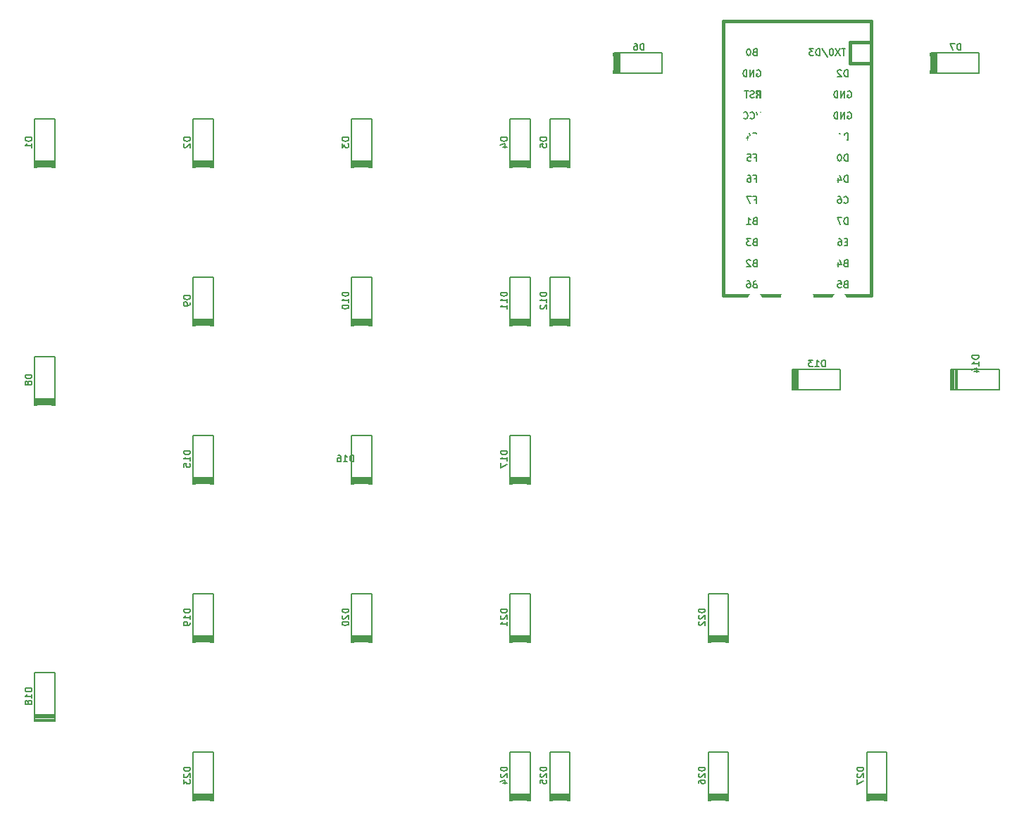
<source format=gbo>
G04 #@! TF.GenerationSoftware,KiCad,Pcbnew,(5.1.4-0)*
G04 #@! TF.CreationDate,2020-10-08T17:29:41+11:00*
G04 #@! TF.ProjectId,NumNavPad,4e756d4e-6176-4506-9164-2e6b69636164,rev?*
G04 #@! TF.SameCoordinates,Original*
G04 #@! TF.FileFunction,Legend,Bot*
G04 #@! TF.FilePolarity,Positive*
%FSLAX46Y46*%
G04 Gerber Fmt 4.6, Leading zero omitted, Abs format (unit mm)*
G04 Created by KiCad (PCBNEW (5.1.4-0)) date 2020-10-08 17:29:41*
%MOMM*%
%LPD*%
G04 APERTURE LIST*
%ADD10C,0.381000*%
%ADD11C,0.150000*%
%ADD12C,0.200000*%
%ADD13C,2.352000*%
%ADD14C,4.089800*%
%ADD15C,1.852000*%
%ADD16C,1.854600*%
%ADD17R,1.854600X1.854600*%
%ADD18C,3.150000*%
%ADD19C,1.702000*%
%ADD20R,1.702000X1.702000*%
%ADD21R,1.302000X1.302000*%
G04 APERTURE END LIST*
D10*
X149225000Y-30797500D02*
X151765000Y-30797500D01*
X151765000Y-28257500D02*
X151765000Y-30797500D01*
X133985000Y-28257500D02*
X151765000Y-28257500D01*
X133985000Y-30797500D02*
X133985000Y-28257500D01*
D11*
G36*
X137943432Y-37276860D02*
G01*
X137943432Y-37476860D01*
X138043432Y-37476860D01*
X138043432Y-37276860D01*
X137943432Y-37276860D01*
G37*
X137943432Y-37276860D02*
X137943432Y-37476860D01*
X138043432Y-37476860D01*
X138043432Y-37276860D01*
X137943432Y-37276860D01*
G36*
X138343432Y-36676860D02*
G01*
X138343432Y-37476860D01*
X138443432Y-37476860D01*
X138443432Y-36676860D01*
X138343432Y-36676860D01*
G37*
X138343432Y-36676860D02*
X138343432Y-37476860D01*
X138443432Y-37476860D01*
X138443432Y-36676860D01*
X138343432Y-36676860D01*
G36*
X137943432Y-36676860D02*
G01*
X137943432Y-36776860D01*
X138443432Y-36776860D01*
X138443432Y-36676860D01*
X137943432Y-36676860D01*
G37*
X137943432Y-36676860D02*
X137943432Y-36776860D01*
X138443432Y-36776860D01*
X138443432Y-36676860D01*
X137943432Y-36676860D01*
G36*
X138143432Y-37076860D02*
G01*
X138143432Y-37176860D01*
X138243432Y-37176860D01*
X138243432Y-37076860D01*
X138143432Y-37076860D01*
G37*
X138143432Y-37076860D02*
X138143432Y-37176860D01*
X138243432Y-37176860D01*
X138243432Y-37076860D01*
X138143432Y-37076860D01*
G36*
X137943432Y-36676860D02*
G01*
X137943432Y-36976860D01*
X138043432Y-36976860D01*
X138043432Y-36676860D01*
X137943432Y-36676860D01*
G37*
X137943432Y-36676860D02*
X137943432Y-36976860D01*
X138043432Y-36976860D01*
X138043432Y-36676860D01*
X137943432Y-36676860D01*
D10*
X149225000Y-33337500D02*
X151765000Y-33337500D01*
X149225000Y-30797500D02*
X149225000Y-33337500D01*
X133985000Y-61277500D02*
X133985000Y-30797500D01*
X151765000Y-61277500D02*
X133985000Y-61277500D01*
X151765000Y-30797500D02*
X151765000Y-61277500D01*
D12*
X151200000Y-116262500D02*
X151200000Y-122062500D01*
X153600000Y-116262500D02*
X151200000Y-116262500D01*
X153600000Y-122062500D02*
X153600000Y-116262500D01*
X153600000Y-121987500D02*
X151200000Y-121987500D01*
X153600000Y-121862500D02*
X151200000Y-121862500D01*
X151200000Y-122087500D02*
X153600000Y-122087500D01*
X153600000Y-121687500D02*
X151200000Y-121687500D01*
X153600000Y-121512500D02*
X151200000Y-121512500D01*
X153600000Y-121337500D02*
X151200000Y-121337500D01*
X132150000Y-116250000D02*
X132150000Y-122050000D01*
X134550000Y-116250000D02*
X132150000Y-116250000D01*
X134550000Y-122050000D02*
X134550000Y-116250000D01*
X134550000Y-121975000D02*
X132150000Y-121975000D01*
X134550000Y-121850000D02*
X132150000Y-121850000D01*
X132150000Y-122075000D02*
X134550000Y-122075000D01*
X134550000Y-121675000D02*
X132150000Y-121675000D01*
X134550000Y-121500000D02*
X132150000Y-121500000D01*
X134550000Y-121325000D02*
X132150000Y-121325000D01*
X113100000Y-116250000D02*
X113100000Y-122050000D01*
X115500000Y-116250000D02*
X113100000Y-116250000D01*
X115500000Y-122050000D02*
X115500000Y-116250000D01*
X115500000Y-121975000D02*
X113100000Y-121975000D01*
X115500000Y-121850000D02*
X113100000Y-121850000D01*
X113100000Y-122075000D02*
X115500000Y-122075000D01*
X115500000Y-121675000D02*
X113100000Y-121675000D01*
X115500000Y-121500000D02*
X113100000Y-121500000D01*
X115500000Y-121325000D02*
X113100000Y-121325000D01*
X108337500Y-116250000D02*
X108337500Y-122050000D01*
X110737500Y-116250000D02*
X108337500Y-116250000D01*
X110737500Y-122050000D02*
X110737500Y-116250000D01*
X110737500Y-121975000D02*
X108337500Y-121975000D01*
X110737500Y-121850000D02*
X108337500Y-121850000D01*
X108337500Y-122075000D02*
X110737500Y-122075000D01*
X110737500Y-121675000D02*
X108337500Y-121675000D01*
X110737500Y-121500000D02*
X108337500Y-121500000D01*
X110737500Y-121325000D02*
X108337500Y-121325000D01*
X70237500Y-116275000D02*
X70237500Y-122075000D01*
X72637500Y-116275000D02*
X70237500Y-116275000D01*
X72637500Y-122075000D02*
X72637500Y-116275000D01*
X72637500Y-122000000D02*
X70237500Y-122000000D01*
X72637500Y-121875000D02*
X70237500Y-121875000D01*
X70237500Y-122100000D02*
X72637500Y-122100000D01*
X72637500Y-121700000D02*
X70237500Y-121700000D01*
X72637500Y-121525000D02*
X70237500Y-121525000D01*
X72637500Y-121350000D02*
X70237500Y-121350000D01*
X132150000Y-97200000D02*
X132150000Y-103000000D01*
X134550000Y-97200000D02*
X132150000Y-97200000D01*
X134550000Y-103000000D02*
X134550000Y-97200000D01*
X134550000Y-102925000D02*
X132150000Y-102925000D01*
X134550000Y-102800000D02*
X132150000Y-102800000D01*
X132150000Y-103025000D02*
X134550000Y-103025000D01*
X134550000Y-102625000D02*
X132150000Y-102625000D01*
X134550000Y-102450000D02*
X132150000Y-102450000D01*
X134550000Y-102275000D02*
X132150000Y-102275000D01*
X108337500Y-97225000D02*
X108337500Y-103025000D01*
X110737500Y-97225000D02*
X108337500Y-97225000D01*
X110737500Y-103025000D02*
X110737500Y-97225000D01*
X110737500Y-102950000D02*
X108337500Y-102950000D01*
X110737500Y-102825000D02*
X108337500Y-102825000D01*
X108337500Y-103050000D02*
X110737500Y-103050000D01*
X110737500Y-102650000D02*
X108337500Y-102650000D01*
X110737500Y-102475000D02*
X108337500Y-102475000D01*
X110737500Y-102300000D02*
X108337500Y-102300000D01*
X89287500Y-97200000D02*
X89287500Y-103000000D01*
X91687500Y-97200000D02*
X89287500Y-97200000D01*
X91687500Y-103000000D02*
X91687500Y-97200000D01*
X91687500Y-102925000D02*
X89287500Y-102925000D01*
X91687500Y-102800000D02*
X89287500Y-102800000D01*
X89287500Y-103025000D02*
X91687500Y-103025000D01*
X91687500Y-102625000D02*
X89287500Y-102625000D01*
X91687500Y-102450000D02*
X89287500Y-102450000D01*
X91687500Y-102275000D02*
X89287500Y-102275000D01*
X70237500Y-97225000D02*
X70237500Y-103025000D01*
X72637500Y-97225000D02*
X70237500Y-97225000D01*
X72637500Y-103025000D02*
X72637500Y-97225000D01*
X72637500Y-102950000D02*
X70237500Y-102950000D01*
X72637500Y-102825000D02*
X70237500Y-102825000D01*
X70237500Y-103050000D02*
X72637500Y-103050000D01*
X72637500Y-102650000D02*
X70237500Y-102650000D01*
X72637500Y-102475000D02*
X70237500Y-102475000D01*
X72637500Y-102300000D02*
X70237500Y-102300000D01*
X51187500Y-106725000D02*
X51187500Y-112525000D01*
X53587500Y-106725000D02*
X51187500Y-106725000D01*
X53587500Y-112525000D02*
X53587500Y-106725000D01*
X53587500Y-112450000D02*
X51187500Y-112450000D01*
X53587500Y-112325000D02*
X51187500Y-112325000D01*
X51187500Y-112550000D02*
X53587500Y-112550000D01*
X53587500Y-112150000D02*
X51187500Y-112150000D01*
X53587500Y-111975000D02*
X51187500Y-111975000D01*
X53587500Y-111800000D02*
X51187500Y-111800000D01*
X108337500Y-78162500D02*
X108337500Y-83962500D01*
X110737500Y-78162500D02*
X108337500Y-78162500D01*
X110737500Y-83962500D02*
X110737500Y-78162500D01*
X110737500Y-83887500D02*
X108337500Y-83887500D01*
X110737500Y-83762500D02*
X108337500Y-83762500D01*
X108337500Y-83987500D02*
X110737500Y-83987500D01*
X110737500Y-83587500D02*
X108337500Y-83587500D01*
X110737500Y-83412500D02*
X108337500Y-83412500D01*
X110737500Y-83237500D02*
X108337500Y-83237500D01*
X89287500Y-78162500D02*
X89287500Y-83962500D01*
X91687500Y-78162500D02*
X89287500Y-78162500D01*
X91687500Y-83962500D02*
X91687500Y-78162500D01*
X91687500Y-83887500D02*
X89287500Y-83887500D01*
X91687500Y-83762500D02*
X89287500Y-83762500D01*
X89287500Y-83987500D02*
X91687500Y-83987500D01*
X91687500Y-83587500D02*
X89287500Y-83587500D01*
X91687500Y-83412500D02*
X89287500Y-83412500D01*
X91687500Y-83237500D02*
X89287500Y-83237500D01*
X70237500Y-78162500D02*
X70237500Y-83962500D01*
X72637500Y-78162500D02*
X70237500Y-78162500D01*
X72637500Y-83962500D02*
X72637500Y-78162500D01*
X72637500Y-83887500D02*
X70237500Y-83887500D01*
X72637500Y-83762500D02*
X70237500Y-83762500D01*
X70237500Y-83987500D02*
X72637500Y-83987500D01*
X72637500Y-83587500D02*
X70237500Y-83587500D01*
X72637500Y-83412500D02*
X70237500Y-83412500D01*
X72637500Y-83237500D02*
X70237500Y-83237500D01*
X167118750Y-70237500D02*
X161318750Y-70237500D01*
X167118750Y-72637500D02*
X167118750Y-70237500D01*
X161318750Y-72637500D02*
X167118750Y-72637500D01*
X161393750Y-72637500D02*
X161393750Y-70237500D01*
X161518750Y-72637500D02*
X161518750Y-70237500D01*
X161293750Y-70237500D02*
X161293750Y-72637500D01*
X161693750Y-72637500D02*
X161693750Y-70237500D01*
X161868750Y-72637500D02*
X161868750Y-70237500D01*
X162043750Y-72637500D02*
X162043750Y-70237500D01*
X148056250Y-70237500D02*
X142256250Y-70237500D01*
X148056250Y-72637500D02*
X148056250Y-70237500D01*
X142256250Y-72637500D02*
X148056250Y-72637500D01*
X142331250Y-72637500D02*
X142331250Y-70237500D01*
X142456250Y-72637500D02*
X142456250Y-70237500D01*
X142231250Y-70237500D02*
X142231250Y-72637500D01*
X142631250Y-72637500D02*
X142631250Y-70237500D01*
X142806250Y-72637500D02*
X142806250Y-70237500D01*
X142981250Y-72637500D02*
X142981250Y-70237500D01*
X113100000Y-59112500D02*
X113100000Y-64912500D01*
X115500000Y-59112500D02*
X113100000Y-59112500D01*
X115500000Y-64912500D02*
X115500000Y-59112500D01*
X115500000Y-64837500D02*
X113100000Y-64837500D01*
X115500000Y-64712500D02*
X113100000Y-64712500D01*
X113100000Y-64937500D02*
X115500000Y-64937500D01*
X115500000Y-64537500D02*
X113100000Y-64537500D01*
X115500000Y-64362500D02*
X113100000Y-64362500D01*
X115500000Y-64187500D02*
X113100000Y-64187500D01*
X108337500Y-59100000D02*
X108337500Y-64900000D01*
X110737500Y-59100000D02*
X108337500Y-59100000D01*
X110737500Y-64900000D02*
X110737500Y-59100000D01*
X110737500Y-64825000D02*
X108337500Y-64825000D01*
X110737500Y-64700000D02*
X108337500Y-64700000D01*
X108337500Y-64925000D02*
X110737500Y-64925000D01*
X110737500Y-64525000D02*
X108337500Y-64525000D01*
X110737500Y-64350000D02*
X108337500Y-64350000D01*
X110737500Y-64175000D02*
X108337500Y-64175000D01*
X89287500Y-59100000D02*
X89287500Y-64900000D01*
X91687500Y-59100000D02*
X89287500Y-59100000D01*
X91687500Y-64900000D02*
X91687500Y-59100000D01*
X91687500Y-64825000D02*
X89287500Y-64825000D01*
X91687500Y-64700000D02*
X89287500Y-64700000D01*
X89287500Y-64925000D02*
X91687500Y-64925000D01*
X91687500Y-64525000D02*
X89287500Y-64525000D01*
X91687500Y-64350000D02*
X89287500Y-64350000D01*
X91687500Y-64175000D02*
X89287500Y-64175000D01*
X70237500Y-59112500D02*
X70237500Y-64912500D01*
X72637500Y-59112500D02*
X70237500Y-59112500D01*
X72637500Y-64912500D02*
X72637500Y-59112500D01*
X72637500Y-64837500D02*
X70237500Y-64837500D01*
X72637500Y-64712500D02*
X70237500Y-64712500D01*
X70237500Y-64937500D02*
X72637500Y-64937500D01*
X72637500Y-64537500D02*
X70237500Y-64537500D01*
X72637500Y-64362500D02*
X70237500Y-64362500D01*
X72637500Y-64187500D02*
X70237500Y-64187500D01*
X51187500Y-68650000D02*
X51187500Y-74450000D01*
X53587500Y-68650000D02*
X51187500Y-68650000D01*
X53587500Y-74450000D02*
X53587500Y-68650000D01*
X53587500Y-74375000D02*
X51187500Y-74375000D01*
X53587500Y-74250000D02*
X51187500Y-74250000D01*
X51187500Y-74475000D02*
X53587500Y-74475000D01*
X53587500Y-74075000D02*
X51187500Y-74075000D01*
X53587500Y-73900000D02*
X51187500Y-73900000D01*
X53587500Y-73725000D02*
X51187500Y-73725000D01*
X164725000Y-32137500D02*
X158925000Y-32137500D01*
X164725000Y-34537500D02*
X164725000Y-32137500D01*
X158925000Y-34537500D02*
X164725000Y-34537500D01*
X159000000Y-34537500D02*
X159000000Y-32137500D01*
X159125000Y-34537500D02*
X159125000Y-32137500D01*
X158900000Y-32137500D02*
X158900000Y-34537500D01*
X159300000Y-34537500D02*
X159300000Y-32137500D01*
X159475000Y-34537500D02*
X159475000Y-32137500D01*
X159650000Y-34537500D02*
X159650000Y-32137500D01*
X126625000Y-32137500D02*
X120825000Y-32137500D01*
X126625000Y-34537500D02*
X126625000Y-32137500D01*
X120825000Y-34537500D02*
X126625000Y-34537500D01*
X120900000Y-34537500D02*
X120900000Y-32137500D01*
X121025000Y-34537500D02*
X121025000Y-32137500D01*
X120800000Y-32137500D02*
X120800000Y-34537500D01*
X121200000Y-34537500D02*
X121200000Y-32137500D01*
X121375000Y-34537500D02*
X121375000Y-32137500D01*
X121550000Y-34537500D02*
X121550000Y-32137500D01*
X113100000Y-40062500D02*
X113100000Y-45862500D01*
X115500000Y-40062500D02*
X113100000Y-40062500D01*
X115500000Y-45862500D02*
X115500000Y-40062500D01*
X115500000Y-45787500D02*
X113100000Y-45787500D01*
X115500000Y-45662500D02*
X113100000Y-45662500D01*
X113100000Y-45887500D02*
X115500000Y-45887500D01*
X115500000Y-45487500D02*
X113100000Y-45487500D01*
X115500000Y-45312500D02*
X113100000Y-45312500D01*
X115500000Y-45137500D02*
X113100000Y-45137500D01*
X108337500Y-40062500D02*
X108337500Y-45862500D01*
X110737500Y-40062500D02*
X108337500Y-40062500D01*
X110737500Y-45862500D02*
X110737500Y-40062500D01*
X110737500Y-45787500D02*
X108337500Y-45787500D01*
X110737500Y-45662500D02*
X108337500Y-45662500D01*
X108337500Y-45887500D02*
X110737500Y-45887500D01*
X110737500Y-45487500D02*
X108337500Y-45487500D01*
X110737500Y-45312500D02*
X108337500Y-45312500D01*
X110737500Y-45137500D02*
X108337500Y-45137500D01*
X89287500Y-40062500D02*
X89287500Y-45862500D01*
X91687500Y-40062500D02*
X89287500Y-40062500D01*
X91687500Y-45862500D02*
X91687500Y-40062500D01*
X91687500Y-45787500D02*
X89287500Y-45787500D01*
X91687500Y-45662500D02*
X89287500Y-45662500D01*
X89287500Y-45887500D02*
X91687500Y-45887500D01*
X91687500Y-45487500D02*
X89287500Y-45487500D01*
X91687500Y-45312500D02*
X89287500Y-45312500D01*
X91687500Y-45137500D02*
X89287500Y-45137500D01*
X70237500Y-40062500D02*
X70237500Y-45862500D01*
X72637500Y-40062500D02*
X70237500Y-40062500D01*
X72637500Y-45862500D02*
X72637500Y-40062500D01*
X72637500Y-45787500D02*
X70237500Y-45787500D01*
X72637500Y-45662500D02*
X70237500Y-45662500D01*
X70237500Y-45887500D02*
X72637500Y-45887500D01*
X72637500Y-45487500D02*
X70237500Y-45487500D01*
X72637500Y-45312500D02*
X70237500Y-45312500D01*
X72637500Y-45137500D02*
X70237500Y-45137500D01*
X51187500Y-40062500D02*
X51187500Y-45862500D01*
X53587500Y-40062500D02*
X51187500Y-40062500D01*
X53587500Y-45862500D02*
X53587500Y-40062500D01*
X53587500Y-45787500D02*
X51187500Y-45787500D01*
X53587500Y-45662500D02*
X51187500Y-45662500D01*
X51187500Y-45887500D02*
X53587500Y-45887500D01*
X53587500Y-45487500D02*
X51187500Y-45487500D01*
X53587500Y-45312500D02*
X51187500Y-45312500D01*
X53587500Y-45137500D02*
X51187500Y-45137500D01*
D11*
X148637348Y-31629404D02*
X148180205Y-31629404D01*
X148408776Y-32429404D02*
X148408776Y-31629404D01*
X147989729Y-31629404D02*
X147456395Y-32429404D01*
X147456395Y-31629404D02*
X147989729Y-32429404D01*
X146999252Y-31629404D02*
X146923062Y-31629404D01*
X146846872Y-31667500D01*
X146808776Y-31705595D01*
X146770681Y-31781785D01*
X146732586Y-31934166D01*
X146732586Y-32124642D01*
X146770681Y-32277023D01*
X146808776Y-32353214D01*
X146846872Y-32391309D01*
X146923062Y-32429404D01*
X146999252Y-32429404D01*
X147075443Y-32391309D01*
X147113538Y-32353214D01*
X147151633Y-32277023D01*
X147189729Y-32124642D01*
X147189729Y-31934166D01*
X147151633Y-31781785D01*
X147113538Y-31705595D01*
X147075443Y-31667500D01*
X146999252Y-31629404D01*
X145818300Y-31591309D02*
X146504014Y-32619880D01*
X145551633Y-32429404D02*
X145551633Y-31629404D01*
X145361157Y-31629404D01*
X145246872Y-31667500D01*
X145170681Y-31743690D01*
X145132586Y-31819880D01*
X145094491Y-31972261D01*
X145094491Y-32086547D01*
X145132586Y-32238928D01*
X145170681Y-32315119D01*
X145246872Y-32391309D01*
X145361157Y-32429404D01*
X145551633Y-32429404D01*
X144827824Y-31629404D02*
X144332586Y-31629404D01*
X144599252Y-31934166D01*
X144484967Y-31934166D01*
X144408776Y-31972261D01*
X144370681Y-32010357D01*
X144332586Y-32086547D01*
X144332586Y-32277023D01*
X144370681Y-32353214D01*
X144408776Y-32391309D01*
X144484967Y-32429404D01*
X144713538Y-32429404D01*
X144789729Y-32391309D01*
X144827824Y-32353214D01*
X148926476Y-34969404D02*
X148926476Y-34169404D01*
X148736000Y-34169404D01*
X148621714Y-34207500D01*
X148545523Y-34283690D01*
X148507428Y-34359880D01*
X148469333Y-34512261D01*
X148469333Y-34626547D01*
X148507428Y-34778928D01*
X148545523Y-34855119D01*
X148621714Y-34931309D01*
X148736000Y-34969404D01*
X148926476Y-34969404D01*
X148164571Y-34245595D02*
X148126476Y-34207500D01*
X148050285Y-34169404D01*
X147859809Y-34169404D01*
X147783619Y-34207500D01*
X147745523Y-34245595D01*
X147707428Y-34321785D01*
X147707428Y-34397976D01*
X147745523Y-34512261D01*
X148202666Y-34969404D01*
X147707428Y-34969404D01*
X148926476Y-45129404D02*
X148926476Y-44329404D01*
X148736000Y-44329404D01*
X148621714Y-44367500D01*
X148545523Y-44443690D01*
X148507428Y-44519880D01*
X148469333Y-44672261D01*
X148469333Y-44786547D01*
X148507428Y-44938928D01*
X148545523Y-45015119D01*
X148621714Y-45091309D01*
X148736000Y-45129404D01*
X148926476Y-45129404D01*
X147974095Y-44329404D02*
X147897904Y-44329404D01*
X147821714Y-44367500D01*
X147783619Y-44405595D01*
X147745523Y-44481785D01*
X147707428Y-44634166D01*
X147707428Y-44824642D01*
X147745523Y-44977023D01*
X147783619Y-45053214D01*
X147821714Y-45091309D01*
X147897904Y-45129404D01*
X147974095Y-45129404D01*
X148050285Y-45091309D01*
X148088380Y-45053214D01*
X148126476Y-44977023D01*
X148164571Y-44824642D01*
X148164571Y-44634166D01*
X148126476Y-44481785D01*
X148088380Y-44405595D01*
X148050285Y-44367500D01*
X147974095Y-44329404D01*
X148926476Y-42589404D02*
X148926476Y-41789404D01*
X148736000Y-41789404D01*
X148621714Y-41827500D01*
X148545523Y-41903690D01*
X148507428Y-41979880D01*
X148469333Y-42132261D01*
X148469333Y-42246547D01*
X148507428Y-42398928D01*
X148545523Y-42475119D01*
X148621714Y-42551309D01*
X148736000Y-42589404D01*
X148926476Y-42589404D01*
X147707428Y-42589404D02*
X148164571Y-42589404D01*
X147936000Y-42589404D02*
X147936000Y-41789404D01*
X148012190Y-41903690D01*
X148088380Y-41979880D01*
X148164571Y-42017976D01*
X148945523Y-39287500D02*
X149021714Y-39249404D01*
X149136000Y-39249404D01*
X149250285Y-39287500D01*
X149326476Y-39363690D01*
X149364571Y-39439880D01*
X149402666Y-39592261D01*
X149402666Y-39706547D01*
X149364571Y-39858928D01*
X149326476Y-39935119D01*
X149250285Y-40011309D01*
X149136000Y-40049404D01*
X149059809Y-40049404D01*
X148945523Y-40011309D01*
X148907428Y-39973214D01*
X148907428Y-39706547D01*
X149059809Y-39706547D01*
X148564571Y-40049404D02*
X148564571Y-39249404D01*
X148107428Y-40049404D01*
X148107428Y-39249404D01*
X147726476Y-40049404D02*
X147726476Y-39249404D01*
X147536000Y-39249404D01*
X147421714Y-39287500D01*
X147345523Y-39363690D01*
X147307428Y-39439880D01*
X147269333Y-39592261D01*
X147269333Y-39706547D01*
X147307428Y-39858928D01*
X147345523Y-39935119D01*
X147421714Y-40011309D01*
X147536000Y-40049404D01*
X147726476Y-40049404D01*
X148945523Y-36747500D02*
X149021714Y-36709404D01*
X149136000Y-36709404D01*
X149250285Y-36747500D01*
X149326476Y-36823690D01*
X149364571Y-36899880D01*
X149402666Y-37052261D01*
X149402666Y-37166547D01*
X149364571Y-37318928D01*
X149326476Y-37395119D01*
X149250285Y-37471309D01*
X149136000Y-37509404D01*
X149059809Y-37509404D01*
X148945523Y-37471309D01*
X148907428Y-37433214D01*
X148907428Y-37166547D01*
X149059809Y-37166547D01*
X148564571Y-37509404D02*
X148564571Y-36709404D01*
X148107428Y-37509404D01*
X148107428Y-36709404D01*
X147726476Y-37509404D02*
X147726476Y-36709404D01*
X147536000Y-36709404D01*
X147421714Y-36747500D01*
X147345523Y-36823690D01*
X147307428Y-36899880D01*
X147269333Y-37052261D01*
X147269333Y-37166547D01*
X147307428Y-37318928D01*
X147345523Y-37395119D01*
X147421714Y-37471309D01*
X147536000Y-37509404D01*
X147726476Y-37509404D01*
X148926476Y-47669404D02*
X148926476Y-46869404D01*
X148736000Y-46869404D01*
X148621714Y-46907500D01*
X148545523Y-46983690D01*
X148507428Y-47059880D01*
X148469333Y-47212261D01*
X148469333Y-47326547D01*
X148507428Y-47478928D01*
X148545523Y-47555119D01*
X148621714Y-47631309D01*
X148736000Y-47669404D01*
X148926476Y-47669404D01*
X147783619Y-47136071D02*
X147783619Y-47669404D01*
X147974095Y-46831309D02*
X148164571Y-47402738D01*
X147669333Y-47402738D01*
X148469333Y-50133214D02*
X148507428Y-50171309D01*
X148621714Y-50209404D01*
X148697904Y-50209404D01*
X148812190Y-50171309D01*
X148888380Y-50095119D01*
X148926476Y-50018928D01*
X148964571Y-49866547D01*
X148964571Y-49752261D01*
X148926476Y-49599880D01*
X148888380Y-49523690D01*
X148812190Y-49447500D01*
X148697904Y-49409404D01*
X148621714Y-49409404D01*
X148507428Y-49447500D01*
X148469333Y-49485595D01*
X147783619Y-49409404D02*
X147936000Y-49409404D01*
X148012190Y-49447500D01*
X148050285Y-49485595D01*
X148126476Y-49599880D01*
X148164571Y-49752261D01*
X148164571Y-50057023D01*
X148126476Y-50133214D01*
X148088380Y-50171309D01*
X148012190Y-50209404D01*
X147859809Y-50209404D01*
X147783619Y-50171309D01*
X147745523Y-50133214D01*
X147707428Y-50057023D01*
X147707428Y-49866547D01*
X147745523Y-49790357D01*
X147783619Y-49752261D01*
X147859809Y-49714166D01*
X148012190Y-49714166D01*
X148088380Y-49752261D01*
X148126476Y-49790357D01*
X148164571Y-49866547D01*
X148926476Y-52749404D02*
X148926476Y-51949404D01*
X148736000Y-51949404D01*
X148621714Y-51987500D01*
X148545523Y-52063690D01*
X148507428Y-52139880D01*
X148469333Y-52292261D01*
X148469333Y-52406547D01*
X148507428Y-52558928D01*
X148545523Y-52635119D01*
X148621714Y-52711309D01*
X148736000Y-52749404D01*
X148926476Y-52749404D01*
X148202666Y-51949404D02*
X147669333Y-51949404D01*
X148012190Y-52749404D01*
X148888380Y-54870357D02*
X148621714Y-54870357D01*
X148507428Y-55289404D02*
X148888380Y-55289404D01*
X148888380Y-54489404D01*
X148507428Y-54489404D01*
X147821714Y-54489404D02*
X147974095Y-54489404D01*
X148050285Y-54527500D01*
X148088380Y-54565595D01*
X148164571Y-54679880D01*
X148202666Y-54832261D01*
X148202666Y-55137023D01*
X148164571Y-55213214D01*
X148126476Y-55251309D01*
X148050285Y-55289404D01*
X147897904Y-55289404D01*
X147821714Y-55251309D01*
X147783619Y-55213214D01*
X147745523Y-55137023D01*
X147745523Y-54946547D01*
X147783619Y-54870357D01*
X147821714Y-54832261D01*
X147897904Y-54794166D01*
X148050285Y-54794166D01*
X148126476Y-54832261D01*
X148164571Y-54870357D01*
X148202666Y-54946547D01*
X148659809Y-57410357D02*
X148545523Y-57448452D01*
X148507428Y-57486547D01*
X148469333Y-57562738D01*
X148469333Y-57677023D01*
X148507428Y-57753214D01*
X148545523Y-57791309D01*
X148621714Y-57829404D01*
X148926476Y-57829404D01*
X148926476Y-57029404D01*
X148659809Y-57029404D01*
X148583619Y-57067500D01*
X148545523Y-57105595D01*
X148507428Y-57181785D01*
X148507428Y-57257976D01*
X148545523Y-57334166D01*
X148583619Y-57372261D01*
X148659809Y-57410357D01*
X148926476Y-57410357D01*
X147783619Y-57296071D02*
X147783619Y-57829404D01*
X147974095Y-56991309D02*
X148164571Y-57562738D01*
X147669333Y-57562738D01*
X137737809Y-54870357D02*
X137623523Y-54908452D01*
X137585428Y-54946547D01*
X137547333Y-55022738D01*
X137547333Y-55137023D01*
X137585428Y-55213214D01*
X137623523Y-55251309D01*
X137699714Y-55289404D01*
X138004476Y-55289404D01*
X138004476Y-54489404D01*
X137737809Y-54489404D01*
X137661619Y-54527500D01*
X137623523Y-54565595D01*
X137585428Y-54641785D01*
X137585428Y-54717976D01*
X137623523Y-54794166D01*
X137661619Y-54832261D01*
X137737809Y-54870357D01*
X138004476Y-54870357D01*
X137280666Y-54489404D02*
X136785428Y-54489404D01*
X137052095Y-54794166D01*
X136937809Y-54794166D01*
X136861619Y-54832261D01*
X136823523Y-54870357D01*
X136785428Y-54946547D01*
X136785428Y-55137023D01*
X136823523Y-55213214D01*
X136861619Y-55251309D01*
X136937809Y-55289404D01*
X137166380Y-55289404D01*
X137242571Y-55251309D01*
X137280666Y-55213214D01*
X137737809Y-52330357D02*
X137623523Y-52368452D01*
X137585428Y-52406547D01*
X137547333Y-52482738D01*
X137547333Y-52597023D01*
X137585428Y-52673214D01*
X137623523Y-52711309D01*
X137699714Y-52749404D01*
X138004476Y-52749404D01*
X138004476Y-51949404D01*
X137737809Y-51949404D01*
X137661619Y-51987500D01*
X137623523Y-52025595D01*
X137585428Y-52101785D01*
X137585428Y-52177976D01*
X137623523Y-52254166D01*
X137661619Y-52292261D01*
X137737809Y-52330357D01*
X138004476Y-52330357D01*
X136785428Y-52749404D02*
X137242571Y-52749404D01*
X137014000Y-52749404D02*
X137014000Y-51949404D01*
X137090190Y-52063690D01*
X137166380Y-52139880D01*
X137242571Y-52177976D01*
X137680666Y-42170357D02*
X137947333Y-42170357D01*
X137947333Y-42589404D02*
X137947333Y-41789404D01*
X137566380Y-41789404D01*
X136918761Y-42056071D02*
X136918761Y-42589404D01*
X137109238Y-41751309D02*
X137299714Y-42322738D01*
X136804476Y-42322738D01*
X138480666Y-39249404D02*
X138214000Y-40049404D01*
X137947333Y-39249404D01*
X137223523Y-39973214D02*
X137261619Y-40011309D01*
X137375904Y-40049404D01*
X137452095Y-40049404D01*
X137566380Y-40011309D01*
X137642571Y-39935119D01*
X137680666Y-39858928D01*
X137718761Y-39706547D01*
X137718761Y-39592261D01*
X137680666Y-39439880D01*
X137642571Y-39363690D01*
X137566380Y-39287500D01*
X137452095Y-39249404D01*
X137375904Y-39249404D01*
X137261619Y-39287500D01*
X137223523Y-39325595D01*
X136423523Y-39973214D02*
X136461619Y-40011309D01*
X136575904Y-40049404D01*
X136652095Y-40049404D01*
X136766380Y-40011309D01*
X136842571Y-39935119D01*
X136880666Y-39858928D01*
X136918761Y-39706547D01*
X136918761Y-39592261D01*
X136880666Y-39439880D01*
X136842571Y-39363690D01*
X136766380Y-39287500D01*
X136652095Y-39249404D01*
X136575904Y-39249404D01*
X136461619Y-39287500D01*
X136423523Y-39325595D01*
X137675213Y-37441309D02*
X137560927Y-37479404D01*
X137370451Y-37479404D01*
X137294260Y-37441309D01*
X137256165Y-37403214D01*
X137218070Y-37327023D01*
X137218070Y-37250833D01*
X137256165Y-37174642D01*
X137294260Y-37136547D01*
X137370451Y-37098452D01*
X137522832Y-37060357D01*
X137599022Y-37022261D01*
X137637118Y-36984166D01*
X137675213Y-36907976D01*
X137675213Y-36831785D01*
X137637118Y-36755595D01*
X137599022Y-36717500D01*
X137522832Y-36679404D01*
X137332356Y-36679404D01*
X137218070Y-36717500D01*
X136989499Y-36679404D02*
X136532356Y-36679404D01*
X136760927Y-37479404D02*
X136760927Y-36679404D01*
X138023523Y-34207500D02*
X138099714Y-34169404D01*
X138214000Y-34169404D01*
X138328285Y-34207500D01*
X138404476Y-34283690D01*
X138442571Y-34359880D01*
X138480666Y-34512261D01*
X138480666Y-34626547D01*
X138442571Y-34778928D01*
X138404476Y-34855119D01*
X138328285Y-34931309D01*
X138214000Y-34969404D01*
X138137809Y-34969404D01*
X138023523Y-34931309D01*
X137985428Y-34893214D01*
X137985428Y-34626547D01*
X138137809Y-34626547D01*
X137642571Y-34969404D02*
X137642571Y-34169404D01*
X137185428Y-34969404D01*
X137185428Y-34169404D01*
X136804476Y-34969404D02*
X136804476Y-34169404D01*
X136614000Y-34169404D01*
X136499714Y-34207500D01*
X136423523Y-34283690D01*
X136385428Y-34359880D01*
X136347333Y-34512261D01*
X136347333Y-34626547D01*
X136385428Y-34778928D01*
X136423523Y-34855119D01*
X136499714Y-34931309D01*
X136614000Y-34969404D01*
X136804476Y-34969404D01*
X137737809Y-32010357D02*
X137623523Y-32048452D01*
X137585428Y-32086547D01*
X137547333Y-32162738D01*
X137547333Y-32277023D01*
X137585428Y-32353214D01*
X137623523Y-32391309D01*
X137699714Y-32429404D01*
X138004476Y-32429404D01*
X138004476Y-31629404D01*
X137737809Y-31629404D01*
X137661619Y-31667500D01*
X137623523Y-31705595D01*
X137585428Y-31781785D01*
X137585428Y-31857976D01*
X137623523Y-31934166D01*
X137661619Y-31972261D01*
X137737809Y-32010357D01*
X138004476Y-32010357D01*
X137052095Y-31629404D02*
X136975904Y-31629404D01*
X136899714Y-31667500D01*
X136861619Y-31705595D01*
X136823523Y-31781785D01*
X136785428Y-31934166D01*
X136785428Y-32124642D01*
X136823523Y-32277023D01*
X136861619Y-32353214D01*
X136899714Y-32391309D01*
X136975904Y-32429404D01*
X137052095Y-32429404D01*
X137128285Y-32391309D01*
X137166380Y-32353214D01*
X137204476Y-32277023D01*
X137242571Y-32124642D01*
X137242571Y-31934166D01*
X137204476Y-31781785D01*
X137166380Y-31705595D01*
X137128285Y-31667500D01*
X137052095Y-31629404D01*
X137680666Y-44710357D02*
X137947333Y-44710357D01*
X137947333Y-45129404D02*
X137947333Y-44329404D01*
X137566380Y-44329404D01*
X136880666Y-44329404D02*
X137261619Y-44329404D01*
X137299714Y-44710357D01*
X137261619Y-44672261D01*
X137185428Y-44634166D01*
X136994952Y-44634166D01*
X136918761Y-44672261D01*
X136880666Y-44710357D01*
X136842571Y-44786547D01*
X136842571Y-44977023D01*
X136880666Y-45053214D01*
X136918761Y-45091309D01*
X136994952Y-45129404D01*
X137185428Y-45129404D01*
X137261619Y-45091309D01*
X137299714Y-45053214D01*
X137680666Y-47250357D02*
X137947333Y-47250357D01*
X137947333Y-47669404D02*
X137947333Y-46869404D01*
X137566380Y-46869404D01*
X136918761Y-46869404D02*
X137071142Y-46869404D01*
X137147333Y-46907500D01*
X137185428Y-46945595D01*
X137261619Y-47059880D01*
X137299714Y-47212261D01*
X137299714Y-47517023D01*
X137261619Y-47593214D01*
X137223523Y-47631309D01*
X137147333Y-47669404D01*
X136994952Y-47669404D01*
X136918761Y-47631309D01*
X136880666Y-47593214D01*
X136842571Y-47517023D01*
X136842571Y-47326547D01*
X136880666Y-47250357D01*
X136918761Y-47212261D01*
X136994952Y-47174166D01*
X137147333Y-47174166D01*
X137223523Y-47212261D01*
X137261619Y-47250357D01*
X137299714Y-47326547D01*
X137680666Y-49790357D02*
X137947333Y-49790357D01*
X137947333Y-50209404D02*
X137947333Y-49409404D01*
X137566380Y-49409404D01*
X137337809Y-49409404D02*
X136804476Y-49409404D01*
X137147333Y-50209404D01*
X137737809Y-57410357D02*
X137623523Y-57448452D01*
X137585428Y-57486547D01*
X137547333Y-57562738D01*
X137547333Y-57677023D01*
X137585428Y-57753214D01*
X137623523Y-57791309D01*
X137699714Y-57829404D01*
X138004476Y-57829404D01*
X138004476Y-57029404D01*
X137737809Y-57029404D01*
X137661619Y-57067500D01*
X137623523Y-57105595D01*
X137585428Y-57181785D01*
X137585428Y-57257976D01*
X137623523Y-57334166D01*
X137661619Y-57372261D01*
X137737809Y-57410357D01*
X138004476Y-57410357D01*
X137242571Y-57105595D02*
X137204476Y-57067500D01*
X137128285Y-57029404D01*
X136937809Y-57029404D01*
X136861619Y-57067500D01*
X136823523Y-57105595D01*
X136785428Y-57181785D01*
X136785428Y-57257976D01*
X136823523Y-57372261D01*
X137280666Y-57829404D01*
X136785428Y-57829404D01*
X137737809Y-59950357D02*
X137623523Y-59988452D01*
X137585428Y-60026547D01*
X137547333Y-60102738D01*
X137547333Y-60217023D01*
X137585428Y-60293214D01*
X137623523Y-60331309D01*
X137699714Y-60369404D01*
X138004476Y-60369404D01*
X138004476Y-59569404D01*
X137737809Y-59569404D01*
X137661619Y-59607500D01*
X137623523Y-59645595D01*
X137585428Y-59721785D01*
X137585428Y-59797976D01*
X137623523Y-59874166D01*
X137661619Y-59912261D01*
X137737809Y-59950357D01*
X138004476Y-59950357D01*
X136861619Y-59569404D02*
X137014000Y-59569404D01*
X137090190Y-59607500D01*
X137128285Y-59645595D01*
X137204476Y-59759880D01*
X137242571Y-59912261D01*
X137242571Y-60217023D01*
X137204476Y-60293214D01*
X137166380Y-60331309D01*
X137090190Y-60369404D01*
X136937809Y-60369404D01*
X136861619Y-60331309D01*
X136823523Y-60293214D01*
X136785428Y-60217023D01*
X136785428Y-60026547D01*
X136823523Y-59950357D01*
X136861619Y-59912261D01*
X136937809Y-59874166D01*
X137090190Y-59874166D01*
X137166380Y-59912261D01*
X137204476Y-59950357D01*
X137242571Y-60026547D01*
X148659809Y-59950357D02*
X148545523Y-59988452D01*
X148507428Y-60026547D01*
X148469333Y-60102738D01*
X148469333Y-60217023D01*
X148507428Y-60293214D01*
X148545523Y-60331309D01*
X148621714Y-60369404D01*
X148926476Y-60369404D01*
X148926476Y-59569404D01*
X148659809Y-59569404D01*
X148583619Y-59607500D01*
X148545523Y-59645595D01*
X148507428Y-59721785D01*
X148507428Y-59797976D01*
X148545523Y-59874166D01*
X148583619Y-59912261D01*
X148659809Y-59950357D01*
X148926476Y-59950357D01*
X147745523Y-59569404D02*
X148126476Y-59569404D01*
X148164571Y-59950357D01*
X148126476Y-59912261D01*
X148050285Y-59874166D01*
X147859809Y-59874166D01*
X147783619Y-59912261D01*
X147745523Y-59950357D01*
X147707428Y-60026547D01*
X147707428Y-60217023D01*
X147745523Y-60293214D01*
X147783619Y-60331309D01*
X147859809Y-60369404D01*
X148050285Y-60369404D01*
X148126476Y-60331309D01*
X148164571Y-60293214D01*
X150836904Y-118091071D02*
X150036904Y-118091071D01*
X150036904Y-118281547D01*
X150075000Y-118395833D01*
X150151190Y-118472023D01*
X150227380Y-118510119D01*
X150379761Y-118548214D01*
X150494047Y-118548214D01*
X150646428Y-118510119D01*
X150722619Y-118472023D01*
X150798809Y-118395833D01*
X150836904Y-118281547D01*
X150836904Y-118091071D01*
X150113095Y-118852976D02*
X150075000Y-118891071D01*
X150036904Y-118967261D01*
X150036904Y-119157738D01*
X150075000Y-119233928D01*
X150113095Y-119272023D01*
X150189285Y-119310119D01*
X150265476Y-119310119D01*
X150379761Y-119272023D01*
X150836904Y-118814880D01*
X150836904Y-119310119D01*
X150036904Y-119576785D02*
X150036904Y-120110119D01*
X150836904Y-119767261D01*
X131786904Y-118078571D02*
X130986904Y-118078571D01*
X130986904Y-118269047D01*
X131025000Y-118383333D01*
X131101190Y-118459523D01*
X131177380Y-118497619D01*
X131329761Y-118535714D01*
X131444047Y-118535714D01*
X131596428Y-118497619D01*
X131672619Y-118459523D01*
X131748809Y-118383333D01*
X131786904Y-118269047D01*
X131786904Y-118078571D01*
X131063095Y-118840476D02*
X131025000Y-118878571D01*
X130986904Y-118954761D01*
X130986904Y-119145238D01*
X131025000Y-119221428D01*
X131063095Y-119259523D01*
X131139285Y-119297619D01*
X131215476Y-119297619D01*
X131329761Y-119259523D01*
X131786904Y-118802380D01*
X131786904Y-119297619D01*
X130986904Y-119983333D02*
X130986904Y-119830952D01*
X131025000Y-119754761D01*
X131063095Y-119716666D01*
X131177380Y-119640476D01*
X131329761Y-119602380D01*
X131634523Y-119602380D01*
X131710714Y-119640476D01*
X131748809Y-119678571D01*
X131786904Y-119754761D01*
X131786904Y-119907142D01*
X131748809Y-119983333D01*
X131710714Y-120021428D01*
X131634523Y-120059523D01*
X131444047Y-120059523D01*
X131367857Y-120021428D01*
X131329761Y-119983333D01*
X131291666Y-119907142D01*
X131291666Y-119754761D01*
X131329761Y-119678571D01*
X131367857Y-119640476D01*
X131444047Y-119602380D01*
X112736904Y-118078571D02*
X111936904Y-118078571D01*
X111936904Y-118269047D01*
X111975000Y-118383333D01*
X112051190Y-118459523D01*
X112127380Y-118497619D01*
X112279761Y-118535714D01*
X112394047Y-118535714D01*
X112546428Y-118497619D01*
X112622619Y-118459523D01*
X112698809Y-118383333D01*
X112736904Y-118269047D01*
X112736904Y-118078571D01*
X112013095Y-118840476D02*
X111975000Y-118878571D01*
X111936904Y-118954761D01*
X111936904Y-119145238D01*
X111975000Y-119221428D01*
X112013095Y-119259523D01*
X112089285Y-119297619D01*
X112165476Y-119297619D01*
X112279761Y-119259523D01*
X112736904Y-118802380D01*
X112736904Y-119297619D01*
X111936904Y-120021428D02*
X111936904Y-119640476D01*
X112317857Y-119602380D01*
X112279761Y-119640476D01*
X112241666Y-119716666D01*
X112241666Y-119907142D01*
X112279761Y-119983333D01*
X112317857Y-120021428D01*
X112394047Y-120059523D01*
X112584523Y-120059523D01*
X112660714Y-120021428D01*
X112698809Y-119983333D01*
X112736904Y-119907142D01*
X112736904Y-119716666D01*
X112698809Y-119640476D01*
X112660714Y-119602380D01*
X107974404Y-118078571D02*
X107174404Y-118078571D01*
X107174404Y-118269047D01*
X107212500Y-118383333D01*
X107288690Y-118459523D01*
X107364880Y-118497619D01*
X107517261Y-118535714D01*
X107631547Y-118535714D01*
X107783928Y-118497619D01*
X107860119Y-118459523D01*
X107936309Y-118383333D01*
X107974404Y-118269047D01*
X107974404Y-118078571D01*
X107250595Y-118840476D02*
X107212500Y-118878571D01*
X107174404Y-118954761D01*
X107174404Y-119145238D01*
X107212500Y-119221428D01*
X107250595Y-119259523D01*
X107326785Y-119297619D01*
X107402976Y-119297619D01*
X107517261Y-119259523D01*
X107974404Y-118802380D01*
X107974404Y-119297619D01*
X107441071Y-119983333D02*
X107974404Y-119983333D01*
X107136309Y-119792857D02*
X107707738Y-119602380D01*
X107707738Y-120097619D01*
X69874404Y-118103571D02*
X69074404Y-118103571D01*
X69074404Y-118294047D01*
X69112500Y-118408333D01*
X69188690Y-118484523D01*
X69264880Y-118522619D01*
X69417261Y-118560714D01*
X69531547Y-118560714D01*
X69683928Y-118522619D01*
X69760119Y-118484523D01*
X69836309Y-118408333D01*
X69874404Y-118294047D01*
X69874404Y-118103571D01*
X69150595Y-118865476D02*
X69112500Y-118903571D01*
X69074404Y-118979761D01*
X69074404Y-119170238D01*
X69112500Y-119246428D01*
X69150595Y-119284523D01*
X69226785Y-119322619D01*
X69302976Y-119322619D01*
X69417261Y-119284523D01*
X69874404Y-118827380D01*
X69874404Y-119322619D01*
X69074404Y-119589285D02*
X69074404Y-120084523D01*
X69379166Y-119817857D01*
X69379166Y-119932142D01*
X69417261Y-120008333D01*
X69455357Y-120046428D01*
X69531547Y-120084523D01*
X69722023Y-120084523D01*
X69798214Y-120046428D01*
X69836309Y-120008333D01*
X69874404Y-119932142D01*
X69874404Y-119703571D01*
X69836309Y-119627380D01*
X69798214Y-119589285D01*
X131786904Y-99028571D02*
X130986904Y-99028571D01*
X130986904Y-99219047D01*
X131025000Y-99333333D01*
X131101190Y-99409523D01*
X131177380Y-99447619D01*
X131329761Y-99485714D01*
X131444047Y-99485714D01*
X131596428Y-99447619D01*
X131672619Y-99409523D01*
X131748809Y-99333333D01*
X131786904Y-99219047D01*
X131786904Y-99028571D01*
X131063095Y-99790476D02*
X131025000Y-99828571D01*
X130986904Y-99904761D01*
X130986904Y-100095238D01*
X131025000Y-100171428D01*
X131063095Y-100209523D01*
X131139285Y-100247619D01*
X131215476Y-100247619D01*
X131329761Y-100209523D01*
X131786904Y-99752380D01*
X131786904Y-100247619D01*
X131063095Y-100552380D02*
X131025000Y-100590476D01*
X130986904Y-100666666D01*
X130986904Y-100857142D01*
X131025000Y-100933333D01*
X131063095Y-100971428D01*
X131139285Y-101009523D01*
X131215476Y-101009523D01*
X131329761Y-100971428D01*
X131786904Y-100514285D01*
X131786904Y-101009523D01*
X107974404Y-99053571D02*
X107174404Y-99053571D01*
X107174404Y-99244047D01*
X107212500Y-99358333D01*
X107288690Y-99434523D01*
X107364880Y-99472619D01*
X107517261Y-99510714D01*
X107631547Y-99510714D01*
X107783928Y-99472619D01*
X107860119Y-99434523D01*
X107936309Y-99358333D01*
X107974404Y-99244047D01*
X107974404Y-99053571D01*
X107250595Y-99815476D02*
X107212500Y-99853571D01*
X107174404Y-99929761D01*
X107174404Y-100120238D01*
X107212500Y-100196428D01*
X107250595Y-100234523D01*
X107326785Y-100272619D01*
X107402976Y-100272619D01*
X107517261Y-100234523D01*
X107974404Y-99777380D01*
X107974404Y-100272619D01*
X107974404Y-101034523D02*
X107974404Y-100577380D01*
X107974404Y-100805952D02*
X107174404Y-100805952D01*
X107288690Y-100729761D01*
X107364880Y-100653571D01*
X107402976Y-100577380D01*
X88924404Y-99028571D02*
X88124404Y-99028571D01*
X88124404Y-99219047D01*
X88162500Y-99333333D01*
X88238690Y-99409523D01*
X88314880Y-99447619D01*
X88467261Y-99485714D01*
X88581547Y-99485714D01*
X88733928Y-99447619D01*
X88810119Y-99409523D01*
X88886309Y-99333333D01*
X88924404Y-99219047D01*
X88924404Y-99028571D01*
X88200595Y-99790476D02*
X88162500Y-99828571D01*
X88124404Y-99904761D01*
X88124404Y-100095238D01*
X88162500Y-100171428D01*
X88200595Y-100209523D01*
X88276785Y-100247619D01*
X88352976Y-100247619D01*
X88467261Y-100209523D01*
X88924404Y-99752380D01*
X88924404Y-100247619D01*
X88124404Y-100742857D02*
X88124404Y-100819047D01*
X88162500Y-100895238D01*
X88200595Y-100933333D01*
X88276785Y-100971428D01*
X88429166Y-101009523D01*
X88619642Y-101009523D01*
X88772023Y-100971428D01*
X88848214Y-100933333D01*
X88886309Y-100895238D01*
X88924404Y-100819047D01*
X88924404Y-100742857D01*
X88886309Y-100666666D01*
X88848214Y-100628571D01*
X88772023Y-100590476D01*
X88619642Y-100552380D01*
X88429166Y-100552380D01*
X88276785Y-100590476D01*
X88200595Y-100628571D01*
X88162500Y-100666666D01*
X88124404Y-100742857D01*
X69874404Y-99053571D02*
X69074404Y-99053571D01*
X69074404Y-99244047D01*
X69112500Y-99358333D01*
X69188690Y-99434523D01*
X69264880Y-99472619D01*
X69417261Y-99510714D01*
X69531547Y-99510714D01*
X69683928Y-99472619D01*
X69760119Y-99434523D01*
X69836309Y-99358333D01*
X69874404Y-99244047D01*
X69874404Y-99053571D01*
X69874404Y-100272619D02*
X69874404Y-99815476D01*
X69874404Y-100044047D02*
X69074404Y-100044047D01*
X69188690Y-99967857D01*
X69264880Y-99891666D01*
X69302976Y-99815476D01*
X69874404Y-100653571D02*
X69874404Y-100805952D01*
X69836309Y-100882142D01*
X69798214Y-100920238D01*
X69683928Y-100996428D01*
X69531547Y-101034523D01*
X69226785Y-101034523D01*
X69150595Y-100996428D01*
X69112500Y-100958333D01*
X69074404Y-100882142D01*
X69074404Y-100729761D01*
X69112500Y-100653571D01*
X69150595Y-100615476D01*
X69226785Y-100577380D01*
X69417261Y-100577380D01*
X69493452Y-100615476D01*
X69531547Y-100653571D01*
X69569642Y-100729761D01*
X69569642Y-100882142D01*
X69531547Y-100958333D01*
X69493452Y-100996428D01*
X69417261Y-101034523D01*
X50824404Y-108553571D02*
X50024404Y-108553571D01*
X50024404Y-108744047D01*
X50062500Y-108858333D01*
X50138690Y-108934523D01*
X50214880Y-108972619D01*
X50367261Y-109010714D01*
X50481547Y-109010714D01*
X50633928Y-108972619D01*
X50710119Y-108934523D01*
X50786309Y-108858333D01*
X50824404Y-108744047D01*
X50824404Y-108553571D01*
X50824404Y-109772619D02*
X50824404Y-109315476D01*
X50824404Y-109544047D02*
X50024404Y-109544047D01*
X50138690Y-109467857D01*
X50214880Y-109391666D01*
X50252976Y-109315476D01*
X50367261Y-110229761D02*
X50329166Y-110153571D01*
X50291071Y-110115476D01*
X50214880Y-110077380D01*
X50176785Y-110077380D01*
X50100595Y-110115476D01*
X50062500Y-110153571D01*
X50024404Y-110229761D01*
X50024404Y-110382142D01*
X50062500Y-110458333D01*
X50100595Y-110496428D01*
X50176785Y-110534523D01*
X50214880Y-110534523D01*
X50291071Y-110496428D01*
X50329166Y-110458333D01*
X50367261Y-110382142D01*
X50367261Y-110229761D01*
X50405357Y-110153571D01*
X50443452Y-110115476D01*
X50519642Y-110077380D01*
X50672023Y-110077380D01*
X50748214Y-110115476D01*
X50786309Y-110153571D01*
X50824404Y-110229761D01*
X50824404Y-110382142D01*
X50786309Y-110458333D01*
X50748214Y-110496428D01*
X50672023Y-110534523D01*
X50519642Y-110534523D01*
X50443452Y-110496428D01*
X50405357Y-110458333D01*
X50367261Y-110382142D01*
X107974404Y-79991071D02*
X107174404Y-79991071D01*
X107174404Y-80181547D01*
X107212500Y-80295833D01*
X107288690Y-80372023D01*
X107364880Y-80410119D01*
X107517261Y-80448214D01*
X107631547Y-80448214D01*
X107783928Y-80410119D01*
X107860119Y-80372023D01*
X107936309Y-80295833D01*
X107974404Y-80181547D01*
X107974404Y-79991071D01*
X107974404Y-81210119D02*
X107974404Y-80752976D01*
X107974404Y-80981547D02*
X107174404Y-80981547D01*
X107288690Y-80905357D01*
X107364880Y-80829166D01*
X107402976Y-80752976D01*
X107174404Y-81476785D02*
X107174404Y-82010119D01*
X107974404Y-81667261D01*
X89533928Y-81324404D02*
X89533928Y-80524404D01*
X89343452Y-80524404D01*
X89229166Y-80562500D01*
X89152976Y-80638690D01*
X89114880Y-80714880D01*
X89076785Y-80867261D01*
X89076785Y-80981547D01*
X89114880Y-81133928D01*
X89152976Y-81210119D01*
X89229166Y-81286309D01*
X89343452Y-81324404D01*
X89533928Y-81324404D01*
X88314880Y-81324404D02*
X88772023Y-81324404D01*
X88543452Y-81324404D02*
X88543452Y-80524404D01*
X88619642Y-80638690D01*
X88695833Y-80714880D01*
X88772023Y-80752976D01*
X87629166Y-80524404D02*
X87781547Y-80524404D01*
X87857738Y-80562500D01*
X87895833Y-80600595D01*
X87972023Y-80714880D01*
X88010119Y-80867261D01*
X88010119Y-81172023D01*
X87972023Y-81248214D01*
X87933928Y-81286309D01*
X87857738Y-81324404D01*
X87705357Y-81324404D01*
X87629166Y-81286309D01*
X87591071Y-81248214D01*
X87552976Y-81172023D01*
X87552976Y-80981547D01*
X87591071Y-80905357D01*
X87629166Y-80867261D01*
X87705357Y-80829166D01*
X87857738Y-80829166D01*
X87933928Y-80867261D01*
X87972023Y-80905357D01*
X88010119Y-80981547D01*
X69874404Y-79991071D02*
X69074404Y-79991071D01*
X69074404Y-80181547D01*
X69112500Y-80295833D01*
X69188690Y-80372023D01*
X69264880Y-80410119D01*
X69417261Y-80448214D01*
X69531547Y-80448214D01*
X69683928Y-80410119D01*
X69760119Y-80372023D01*
X69836309Y-80295833D01*
X69874404Y-80181547D01*
X69874404Y-79991071D01*
X69874404Y-81210119D02*
X69874404Y-80752976D01*
X69874404Y-80981547D02*
X69074404Y-80981547D01*
X69188690Y-80905357D01*
X69264880Y-80829166D01*
X69302976Y-80752976D01*
X69074404Y-81933928D02*
X69074404Y-81552976D01*
X69455357Y-81514880D01*
X69417261Y-81552976D01*
X69379166Y-81629166D01*
X69379166Y-81819642D01*
X69417261Y-81895833D01*
X69455357Y-81933928D01*
X69531547Y-81972023D01*
X69722023Y-81972023D01*
X69798214Y-81933928D01*
X69836309Y-81895833D01*
X69874404Y-81819642D01*
X69874404Y-81629166D01*
X69836309Y-81552976D01*
X69798214Y-81514880D01*
X164680654Y-68541071D02*
X163880654Y-68541071D01*
X163880654Y-68731547D01*
X163918750Y-68845833D01*
X163994940Y-68922023D01*
X164071130Y-68960119D01*
X164223511Y-68998214D01*
X164337797Y-68998214D01*
X164490178Y-68960119D01*
X164566369Y-68922023D01*
X164642559Y-68845833D01*
X164680654Y-68731547D01*
X164680654Y-68541071D01*
X164680654Y-69760119D02*
X164680654Y-69302976D01*
X164680654Y-69531547D02*
X163880654Y-69531547D01*
X163994940Y-69455357D01*
X164071130Y-69379166D01*
X164109226Y-69302976D01*
X164147321Y-70445833D02*
X164680654Y-70445833D01*
X163842559Y-70255357D02*
X164413988Y-70064880D01*
X164413988Y-70560119D01*
X146227678Y-69874404D02*
X146227678Y-69074404D01*
X146037202Y-69074404D01*
X145922916Y-69112500D01*
X145846726Y-69188690D01*
X145808630Y-69264880D01*
X145770535Y-69417261D01*
X145770535Y-69531547D01*
X145808630Y-69683928D01*
X145846726Y-69760119D01*
X145922916Y-69836309D01*
X146037202Y-69874404D01*
X146227678Y-69874404D01*
X145008630Y-69874404D02*
X145465773Y-69874404D01*
X145237202Y-69874404D02*
X145237202Y-69074404D01*
X145313392Y-69188690D01*
X145389583Y-69264880D01*
X145465773Y-69302976D01*
X144741964Y-69074404D02*
X144246726Y-69074404D01*
X144513392Y-69379166D01*
X144399107Y-69379166D01*
X144322916Y-69417261D01*
X144284821Y-69455357D01*
X144246726Y-69531547D01*
X144246726Y-69722023D01*
X144284821Y-69798214D01*
X144322916Y-69836309D01*
X144399107Y-69874404D01*
X144627678Y-69874404D01*
X144703869Y-69836309D01*
X144741964Y-69798214D01*
X112736904Y-60941071D02*
X111936904Y-60941071D01*
X111936904Y-61131547D01*
X111975000Y-61245833D01*
X112051190Y-61322023D01*
X112127380Y-61360119D01*
X112279761Y-61398214D01*
X112394047Y-61398214D01*
X112546428Y-61360119D01*
X112622619Y-61322023D01*
X112698809Y-61245833D01*
X112736904Y-61131547D01*
X112736904Y-60941071D01*
X112736904Y-62160119D02*
X112736904Y-61702976D01*
X112736904Y-61931547D02*
X111936904Y-61931547D01*
X112051190Y-61855357D01*
X112127380Y-61779166D01*
X112165476Y-61702976D01*
X112013095Y-62464880D02*
X111975000Y-62502976D01*
X111936904Y-62579166D01*
X111936904Y-62769642D01*
X111975000Y-62845833D01*
X112013095Y-62883928D01*
X112089285Y-62922023D01*
X112165476Y-62922023D01*
X112279761Y-62883928D01*
X112736904Y-62426785D01*
X112736904Y-62922023D01*
X107974404Y-60928571D02*
X107174404Y-60928571D01*
X107174404Y-61119047D01*
X107212500Y-61233333D01*
X107288690Y-61309523D01*
X107364880Y-61347619D01*
X107517261Y-61385714D01*
X107631547Y-61385714D01*
X107783928Y-61347619D01*
X107860119Y-61309523D01*
X107936309Y-61233333D01*
X107974404Y-61119047D01*
X107974404Y-60928571D01*
X107974404Y-62147619D02*
X107974404Y-61690476D01*
X107974404Y-61919047D02*
X107174404Y-61919047D01*
X107288690Y-61842857D01*
X107364880Y-61766666D01*
X107402976Y-61690476D01*
X107974404Y-62909523D02*
X107974404Y-62452380D01*
X107974404Y-62680952D02*
X107174404Y-62680952D01*
X107288690Y-62604761D01*
X107364880Y-62528571D01*
X107402976Y-62452380D01*
X88924404Y-60928571D02*
X88124404Y-60928571D01*
X88124404Y-61119047D01*
X88162500Y-61233333D01*
X88238690Y-61309523D01*
X88314880Y-61347619D01*
X88467261Y-61385714D01*
X88581547Y-61385714D01*
X88733928Y-61347619D01*
X88810119Y-61309523D01*
X88886309Y-61233333D01*
X88924404Y-61119047D01*
X88924404Y-60928571D01*
X88924404Y-62147619D02*
X88924404Y-61690476D01*
X88924404Y-61919047D02*
X88124404Y-61919047D01*
X88238690Y-61842857D01*
X88314880Y-61766666D01*
X88352976Y-61690476D01*
X88124404Y-62642857D02*
X88124404Y-62719047D01*
X88162500Y-62795238D01*
X88200595Y-62833333D01*
X88276785Y-62871428D01*
X88429166Y-62909523D01*
X88619642Y-62909523D01*
X88772023Y-62871428D01*
X88848214Y-62833333D01*
X88886309Y-62795238D01*
X88924404Y-62719047D01*
X88924404Y-62642857D01*
X88886309Y-62566666D01*
X88848214Y-62528571D01*
X88772023Y-62490476D01*
X88619642Y-62452380D01*
X88429166Y-62452380D01*
X88276785Y-62490476D01*
X88200595Y-62528571D01*
X88162500Y-62566666D01*
X88124404Y-62642857D01*
X69874404Y-61322023D02*
X69074404Y-61322023D01*
X69074404Y-61512500D01*
X69112500Y-61626785D01*
X69188690Y-61702976D01*
X69264880Y-61741071D01*
X69417261Y-61779166D01*
X69531547Y-61779166D01*
X69683928Y-61741071D01*
X69760119Y-61702976D01*
X69836309Y-61626785D01*
X69874404Y-61512500D01*
X69874404Y-61322023D01*
X69874404Y-62160119D02*
X69874404Y-62312500D01*
X69836309Y-62388690D01*
X69798214Y-62426785D01*
X69683928Y-62502976D01*
X69531547Y-62541071D01*
X69226785Y-62541071D01*
X69150595Y-62502976D01*
X69112500Y-62464880D01*
X69074404Y-62388690D01*
X69074404Y-62236309D01*
X69112500Y-62160119D01*
X69150595Y-62122023D01*
X69226785Y-62083928D01*
X69417261Y-62083928D01*
X69493452Y-62122023D01*
X69531547Y-62160119D01*
X69569642Y-62236309D01*
X69569642Y-62388690D01*
X69531547Y-62464880D01*
X69493452Y-62502976D01*
X69417261Y-62541071D01*
X50824404Y-70859523D02*
X50024404Y-70859523D01*
X50024404Y-71050000D01*
X50062500Y-71164285D01*
X50138690Y-71240476D01*
X50214880Y-71278571D01*
X50367261Y-71316666D01*
X50481547Y-71316666D01*
X50633928Y-71278571D01*
X50710119Y-71240476D01*
X50786309Y-71164285D01*
X50824404Y-71050000D01*
X50824404Y-70859523D01*
X50367261Y-71773809D02*
X50329166Y-71697619D01*
X50291071Y-71659523D01*
X50214880Y-71621428D01*
X50176785Y-71621428D01*
X50100595Y-71659523D01*
X50062500Y-71697619D01*
X50024404Y-71773809D01*
X50024404Y-71926190D01*
X50062500Y-72002380D01*
X50100595Y-72040476D01*
X50176785Y-72078571D01*
X50214880Y-72078571D01*
X50291071Y-72040476D01*
X50329166Y-72002380D01*
X50367261Y-71926190D01*
X50367261Y-71773809D01*
X50405357Y-71697619D01*
X50443452Y-71659523D01*
X50519642Y-71621428D01*
X50672023Y-71621428D01*
X50748214Y-71659523D01*
X50786309Y-71697619D01*
X50824404Y-71773809D01*
X50824404Y-71926190D01*
X50786309Y-72002380D01*
X50748214Y-72040476D01*
X50672023Y-72078571D01*
X50519642Y-72078571D01*
X50443452Y-72040476D01*
X50405357Y-72002380D01*
X50367261Y-71926190D01*
X162515476Y-31774404D02*
X162515476Y-30974404D01*
X162325000Y-30974404D01*
X162210714Y-31012500D01*
X162134523Y-31088690D01*
X162096428Y-31164880D01*
X162058333Y-31317261D01*
X162058333Y-31431547D01*
X162096428Y-31583928D01*
X162134523Y-31660119D01*
X162210714Y-31736309D01*
X162325000Y-31774404D01*
X162515476Y-31774404D01*
X161791666Y-30974404D02*
X161258333Y-30974404D01*
X161601190Y-31774404D01*
X124415476Y-31774404D02*
X124415476Y-30974404D01*
X124225000Y-30974404D01*
X124110714Y-31012500D01*
X124034523Y-31088690D01*
X123996428Y-31164880D01*
X123958333Y-31317261D01*
X123958333Y-31431547D01*
X123996428Y-31583928D01*
X124034523Y-31660119D01*
X124110714Y-31736309D01*
X124225000Y-31774404D01*
X124415476Y-31774404D01*
X123272619Y-30974404D02*
X123425000Y-30974404D01*
X123501190Y-31012500D01*
X123539285Y-31050595D01*
X123615476Y-31164880D01*
X123653571Y-31317261D01*
X123653571Y-31622023D01*
X123615476Y-31698214D01*
X123577380Y-31736309D01*
X123501190Y-31774404D01*
X123348809Y-31774404D01*
X123272619Y-31736309D01*
X123234523Y-31698214D01*
X123196428Y-31622023D01*
X123196428Y-31431547D01*
X123234523Y-31355357D01*
X123272619Y-31317261D01*
X123348809Y-31279166D01*
X123501190Y-31279166D01*
X123577380Y-31317261D01*
X123615476Y-31355357D01*
X123653571Y-31431547D01*
X112736904Y-42272023D02*
X111936904Y-42272023D01*
X111936904Y-42462500D01*
X111975000Y-42576785D01*
X112051190Y-42652976D01*
X112127380Y-42691071D01*
X112279761Y-42729166D01*
X112394047Y-42729166D01*
X112546428Y-42691071D01*
X112622619Y-42652976D01*
X112698809Y-42576785D01*
X112736904Y-42462500D01*
X112736904Y-42272023D01*
X111936904Y-43452976D02*
X111936904Y-43072023D01*
X112317857Y-43033928D01*
X112279761Y-43072023D01*
X112241666Y-43148214D01*
X112241666Y-43338690D01*
X112279761Y-43414880D01*
X112317857Y-43452976D01*
X112394047Y-43491071D01*
X112584523Y-43491071D01*
X112660714Y-43452976D01*
X112698809Y-43414880D01*
X112736904Y-43338690D01*
X112736904Y-43148214D01*
X112698809Y-43072023D01*
X112660714Y-43033928D01*
X107974404Y-42272023D02*
X107174404Y-42272023D01*
X107174404Y-42462500D01*
X107212500Y-42576785D01*
X107288690Y-42652976D01*
X107364880Y-42691071D01*
X107517261Y-42729166D01*
X107631547Y-42729166D01*
X107783928Y-42691071D01*
X107860119Y-42652976D01*
X107936309Y-42576785D01*
X107974404Y-42462500D01*
X107974404Y-42272023D01*
X107441071Y-43414880D02*
X107974404Y-43414880D01*
X107136309Y-43224404D02*
X107707738Y-43033928D01*
X107707738Y-43529166D01*
X88924404Y-42272023D02*
X88124404Y-42272023D01*
X88124404Y-42462500D01*
X88162500Y-42576785D01*
X88238690Y-42652976D01*
X88314880Y-42691071D01*
X88467261Y-42729166D01*
X88581547Y-42729166D01*
X88733928Y-42691071D01*
X88810119Y-42652976D01*
X88886309Y-42576785D01*
X88924404Y-42462500D01*
X88924404Y-42272023D01*
X88124404Y-42995833D02*
X88124404Y-43491071D01*
X88429166Y-43224404D01*
X88429166Y-43338690D01*
X88467261Y-43414880D01*
X88505357Y-43452976D01*
X88581547Y-43491071D01*
X88772023Y-43491071D01*
X88848214Y-43452976D01*
X88886309Y-43414880D01*
X88924404Y-43338690D01*
X88924404Y-43110119D01*
X88886309Y-43033928D01*
X88848214Y-42995833D01*
X69874404Y-42272023D02*
X69074404Y-42272023D01*
X69074404Y-42462500D01*
X69112500Y-42576785D01*
X69188690Y-42652976D01*
X69264880Y-42691071D01*
X69417261Y-42729166D01*
X69531547Y-42729166D01*
X69683928Y-42691071D01*
X69760119Y-42652976D01*
X69836309Y-42576785D01*
X69874404Y-42462500D01*
X69874404Y-42272023D01*
X69150595Y-43033928D02*
X69112500Y-43072023D01*
X69074404Y-43148214D01*
X69074404Y-43338690D01*
X69112500Y-43414880D01*
X69150595Y-43452976D01*
X69226785Y-43491071D01*
X69302976Y-43491071D01*
X69417261Y-43452976D01*
X69874404Y-42995833D01*
X69874404Y-43491071D01*
X50824404Y-42272023D02*
X50024404Y-42272023D01*
X50024404Y-42462500D01*
X50062500Y-42576785D01*
X50138690Y-42652976D01*
X50214880Y-42691071D01*
X50367261Y-42729166D01*
X50481547Y-42729166D01*
X50633928Y-42691071D01*
X50710119Y-42652976D01*
X50786309Y-42576785D01*
X50824404Y-42462500D01*
X50824404Y-42272023D01*
X50824404Y-43491071D02*
X50824404Y-43033928D01*
X50824404Y-43262500D02*
X50024404Y-43262500D01*
X50138690Y-43186309D01*
X50214880Y-43110119D01*
X50252976Y-43033928D01*
%LPC*%
D13*
X164465000Y-37782500D03*
D14*
X161925000Y-42862500D03*
D13*
X158115000Y-40322500D03*
D15*
X156845000Y-42862500D03*
X167005000Y-42862500D03*
D13*
X45402500Y-37782500D03*
D14*
X42862500Y-42862500D03*
D13*
X39052500Y-40322500D03*
D15*
X37782500Y-42862500D03*
X47942500Y-42862500D03*
D13*
X126365000Y-37782500D03*
D14*
X123825000Y-42862500D03*
D13*
X120015000Y-40322500D03*
D15*
X118745000Y-42862500D03*
X128905000Y-42862500D03*
D13*
X126365000Y-56832500D03*
D14*
X123825000Y-61912500D03*
D13*
X120015000Y-59372500D03*
D15*
X118745000Y-61912500D03*
X128905000Y-61912500D03*
D16*
X135255000Y-32067500D03*
X150495000Y-60007500D03*
X135255000Y-34607500D03*
X135255000Y-37147500D03*
X135255000Y-39687500D03*
X135255000Y-42227500D03*
X135255000Y-44767500D03*
X135255000Y-47307500D03*
X135255000Y-49847500D03*
X135255000Y-52387500D03*
X135255000Y-54927500D03*
X135255000Y-57467500D03*
X135255000Y-60007500D03*
X150495000Y-57467500D03*
X150495000Y-54927500D03*
X150495000Y-52387500D03*
X150495000Y-49847500D03*
X150495000Y-47307500D03*
X150495000Y-44767500D03*
X150495000Y-42227500D03*
X150495000Y-39687500D03*
X150495000Y-37147500D03*
X150495000Y-34607500D03*
D17*
X150495000Y-32067500D03*
D13*
X93027500Y-113982500D03*
D14*
X90487500Y-119062500D03*
D13*
X86677500Y-116522500D03*
D15*
X85407500Y-119062500D03*
X95567500Y-119062500D03*
D18*
X78581250Y-126047500D03*
X102393750Y-126047500D03*
D14*
X78581250Y-110807500D03*
X102393750Y-110807500D03*
D13*
X164465000Y-113982500D03*
D14*
X161925000Y-119062500D03*
D13*
X158115000Y-116522500D03*
D15*
X156845000Y-119062500D03*
X167005000Y-119062500D03*
D13*
X145415000Y-113982500D03*
D14*
X142875000Y-119062500D03*
D13*
X139065000Y-116522500D03*
D15*
X137795000Y-119062500D03*
X147955000Y-119062500D03*
D13*
X126365000Y-113982500D03*
D14*
X123825000Y-119062500D03*
D13*
X120015000Y-116522500D03*
D15*
X118745000Y-119062500D03*
X128905000Y-119062500D03*
D13*
X64452500Y-113982500D03*
D14*
X61912500Y-119062500D03*
D13*
X58102500Y-116522500D03*
D15*
X56832500Y-119062500D03*
X66992500Y-119062500D03*
D13*
X145415000Y-94932500D03*
D14*
X142875000Y-100012500D03*
D13*
X139065000Y-97472500D03*
D15*
X137795000Y-100012500D03*
X147955000Y-100012500D03*
D13*
X102552500Y-94932500D03*
D14*
X100012500Y-100012500D03*
D13*
X96202500Y-97472500D03*
D15*
X94932500Y-100012500D03*
X105092500Y-100012500D03*
D13*
X83502500Y-94932500D03*
D14*
X80962500Y-100012500D03*
D13*
X77152500Y-97472500D03*
D15*
X75882500Y-100012500D03*
X86042500Y-100012500D03*
D13*
X64452500Y-94932500D03*
D14*
X61912500Y-100012500D03*
D13*
X58102500Y-97472500D03*
D15*
X56832500Y-100012500D03*
X66992500Y-100012500D03*
D13*
X37782500Y-106997500D03*
D14*
X42862500Y-109537500D03*
D13*
X40322500Y-113347500D03*
D15*
X42862500Y-114617500D03*
X42862500Y-104457500D03*
D18*
X35877500Y-121443750D03*
X35877500Y-97631250D03*
D14*
X51117500Y-121443750D03*
X51117500Y-97631250D03*
D13*
X102552500Y-75882500D03*
D14*
X100012500Y-80962500D03*
D13*
X96202500Y-78422500D03*
D15*
X94932500Y-80962500D03*
X105092500Y-80962500D03*
D13*
X83502500Y-75882500D03*
D14*
X80962500Y-80962500D03*
D13*
X77152500Y-78422500D03*
D15*
X75882500Y-80962500D03*
X86042500Y-80962500D03*
D13*
X64452500Y-75882500D03*
D14*
X61912500Y-80962500D03*
D13*
X58102500Y-78422500D03*
D15*
X56832500Y-80962500D03*
X66992500Y-80962500D03*
D13*
X164465000Y-56832500D03*
D14*
X161925000Y-61912500D03*
D13*
X158115000Y-59372500D03*
D15*
X156845000Y-61912500D03*
X167005000Y-61912500D03*
D13*
X145415000Y-56832500D03*
D14*
X142875000Y-61912500D03*
D13*
X139065000Y-59372500D03*
D15*
X137795000Y-61912500D03*
X147955000Y-61912500D03*
D13*
X102552500Y-56832500D03*
D14*
X100012500Y-61912500D03*
D13*
X96202500Y-59372500D03*
D15*
X94932500Y-61912500D03*
X105092500Y-61912500D03*
D13*
X83502500Y-56832500D03*
D14*
X80962500Y-61912500D03*
D13*
X77152500Y-59372500D03*
D15*
X75882500Y-61912500D03*
X86042500Y-61912500D03*
D13*
X64452500Y-56832500D03*
D14*
X61912500Y-61912500D03*
D13*
X58102500Y-59372500D03*
D15*
X56832500Y-61912500D03*
X66992500Y-61912500D03*
D13*
X37782500Y-68897500D03*
D14*
X42862500Y-71437500D03*
D13*
X40322500Y-75247500D03*
D15*
X42862500Y-76517500D03*
X42862500Y-66357500D03*
D18*
X35877500Y-83343750D03*
X35877500Y-59531250D03*
D14*
X51117500Y-83343750D03*
X51117500Y-59531250D03*
D13*
X145415000Y-37782500D03*
D14*
X142875000Y-42862500D03*
D13*
X139065000Y-40322500D03*
D15*
X137795000Y-42862500D03*
X147955000Y-42862500D03*
D13*
X102552500Y-37782500D03*
D14*
X100012500Y-42862500D03*
D13*
X96202500Y-40322500D03*
D15*
X94932500Y-42862500D03*
X105092500Y-42862500D03*
D13*
X83502500Y-37782500D03*
D14*
X80962500Y-42862500D03*
D13*
X77152500Y-40322500D03*
D15*
X75882500Y-42862500D03*
X86042500Y-42862500D03*
D13*
X64452500Y-37782500D03*
D14*
X61912500Y-42862500D03*
D13*
X58102500Y-40322500D03*
D15*
X56832500Y-42862500D03*
X66992500Y-42862500D03*
D19*
X152400000Y-115162500D03*
D20*
X152400000Y-122962500D03*
D21*
X152400000Y-120637500D03*
X152400000Y-117487500D03*
D19*
X133350000Y-115150000D03*
D20*
X133350000Y-122950000D03*
D21*
X133350000Y-120625000D03*
X133350000Y-117475000D03*
D19*
X114300000Y-115150000D03*
D20*
X114300000Y-122950000D03*
D21*
X114300000Y-120625000D03*
X114300000Y-117475000D03*
D19*
X109537500Y-115150000D03*
D20*
X109537500Y-122950000D03*
D21*
X109537500Y-120625000D03*
X109537500Y-117475000D03*
D19*
X71437500Y-115175000D03*
D20*
X71437500Y-122975000D03*
D21*
X71437500Y-120650000D03*
X71437500Y-117500000D03*
D19*
X133350000Y-96100000D03*
D20*
X133350000Y-103900000D03*
D21*
X133350000Y-101575000D03*
X133350000Y-98425000D03*
D19*
X109537500Y-96125000D03*
D20*
X109537500Y-103925000D03*
D21*
X109537500Y-101600000D03*
X109537500Y-98450000D03*
D19*
X90487500Y-96100000D03*
D20*
X90487500Y-103900000D03*
D21*
X90487500Y-101575000D03*
X90487500Y-98425000D03*
D19*
X71437500Y-96125000D03*
D20*
X71437500Y-103925000D03*
D21*
X71437500Y-101600000D03*
X71437500Y-98450000D03*
D19*
X52387500Y-105625000D03*
D20*
X52387500Y-113425000D03*
D21*
X52387500Y-111100000D03*
X52387500Y-107950000D03*
D19*
X109537500Y-77062500D03*
D20*
X109537500Y-84862500D03*
D21*
X109537500Y-82537500D03*
X109537500Y-79387500D03*
D19*
X90487500Y-77062500D03*
D20*
X90487500Y-84862500D03*
D21*
X90487500Y-82537500D03*
X90487500Y-79387500D03*
D19*
X71437500Y-77062500D03*
D20*
X71437500Y-84862500D03*
D21*
X71437500Y-82537500D03*
X71437500Y-79387500D03*
D19*
X168218750Y-71437500D03*
D20*
X160418750Y-71437500D03*
D21*
X162743750Y-71437500D03*
X165893750Y-71437500D03*
D19*
X149156250Y-71437500D03*
D20*
X141356250Y-71437500D03*
D21*
X143681250Y-71437500D03*
X146831250Y-71437500D03*
D19*
X114300000Y-58012500D03*
D20*
X114300000Y-65812500D03*
D21*
X114300000Y-63487500D03*
X114300000Y-60337500D03*
D19*
X109537500Y-58000000D03*
D20*
X109537500Y-65800000D03*
D21*
X109537500Y-63475000D03*
X109537500Y-60325000D03*
D19*
X90487500Y-58000000D03*
D20*
X90487500Y-65800000D03*
D21*
X90487500Y-63475000D03*
X90487500Y-60325000D03*
D19*
X71437500Y-58012500D03*
D20*
X71437500Y-65812500D03*
D21*
X71437500Y-63487500D03*
X71437500Y-60337500D03*
D19*
X52387500Y-67550000D03*
D20*
X52387500Y-75350000D03*
D21*
X52387500Y-73025000D03*
X52387500Y-69875000D03*
D19*
X165825000Y-33337500D03*
D20*
X158025000Y-33337500D03*
D21*
X160350000Y-33337500D03*
X163500000Y-33337500D03*
D19*
X127725000Y-33337500D03*
D20*
X119925000Y-33337500D03*
D21*
X122250000Y-33337500D03*
X125400000Y-33337500D03*
D19*
X114300000Y-38962500D03*
D20*
X114300000Y-46762500D03*
D21*
X114300000Y-44437500D03*
X114300000Y-41287500D03*
D19*
X109537500Y-38962500D03*
D20*
X109537500Y-46762500D03*
D21*
X109537500Y-44437500D03*
X109537500Y-41287500D03*
D19*
X90487500Y-38962500D03*
D20*
X90487500Y-46762500D03*
D21*
X90487500Y-44437500D03*
X90487500Y-41287500D03*
D19*
X71437500Y-38962500D03*
D20*
X71437500Y-46762500D03*
D21*
X71437500Y-44437500D03*
X71437500Y-41287500D03*
D19*
X52387500Y-38962500D03*
D20*
X52387500Y-46762500D03*
D21*
X52387500Y-44437500D03*
X52387500Y-41287500D03*
M02*

</source>
